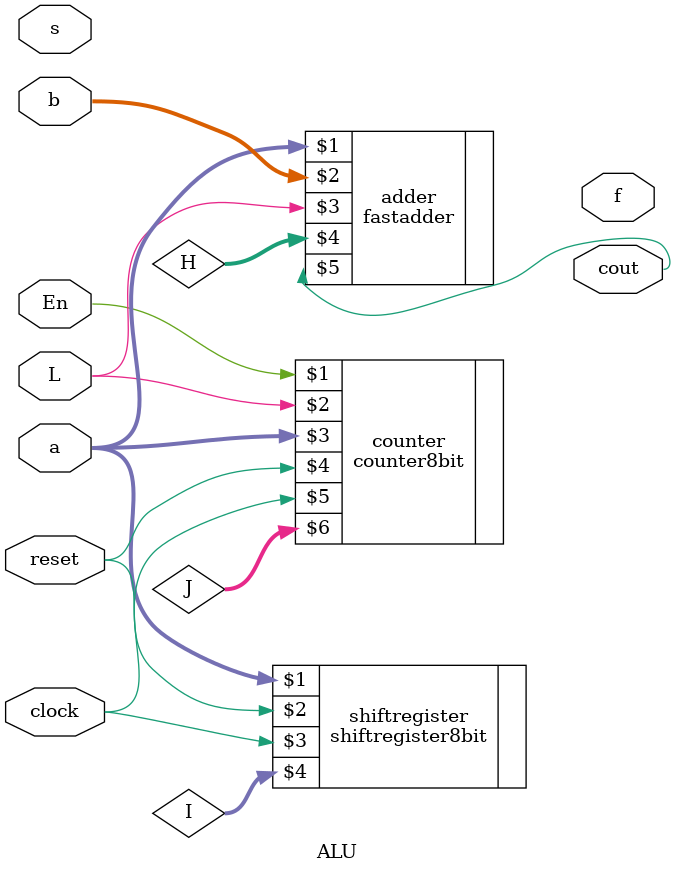
<source format=v>
/*
The following module is an ALU unit 
 it support: 
- two 8bits input ports (a,b);
-one control signal s of weight 2 ; 
- four 1bit input ports 
- one 1bit output port 
- one 8bits output port

The input port a can be used for:
-first operand of the adder ;
-the serial input of the shift register;
-the number to be loader to the counter ; 
- As an operand in the logic function 

the input port b is used for:
-second input port of the adder;
-second input port of the loguc function 


the input port L is used for:
- the carry in for the adder ;
- the Load port of the counter ;

the input port En is used for:
 - the enable port of the counter

the reset port is used for:
- the reset port of the counter;
-the reset port of the shift regiter ;

the clock input port is used for:
-the clock signal of both te register and the shift register 
 
the control signal is used for:
-the control signal in the 4 to 1 multiplexer ;
-      if s1s0 = 00 then the Alu is ADDER
       if s1s0 = 01 then the Alu is SHIFT REGISTER 
       if s1s0 = 10 then the Alu is  COUNTER 
       if s1s0 = 11 then the Alu is LOGIC FUNCTION

the output f is used for :
the result of the ALU circuit; 

the ouput port cout is used for:
 the resulting carry of the binary addition is it is selected.

*/



module ALU(a, b, L, En, reset, clock, s, f , cout);

 input [7:0] a ;
 input [7:0] b ;
 input L ; 
 input En ; 
 input reset ; 
 input clock ; 
 input [1:0] s;  //control signal 
 
output [7:0] f ;
 output cout ; 

 wire [7:0] H;
 wire [7:0] I ;
 wire [7:0] J ;
 wire [7:0] K ;

//Fast adder adds two 8bits numbers a and b. L is the carry in
  fastadder adder(a,b,L,H,cout) ;

//a rising edge shift register , a is the serial input , supports resetn port
shiftregister8bit shiftregister(a,reset,clock,I);

//8bit counter , a is the nuber to load if L==1 . support enable and resetn port
 counter8bit counter(En, L, a, reset, clock, J);

// AND logic function on 8 bit operands
//And logicfunction(a,b,K);

//4to 1 Mux to select ALU operation 
//mux4to1 multiplexer(H, I, J, K, s, f);
endmodule

</source>
